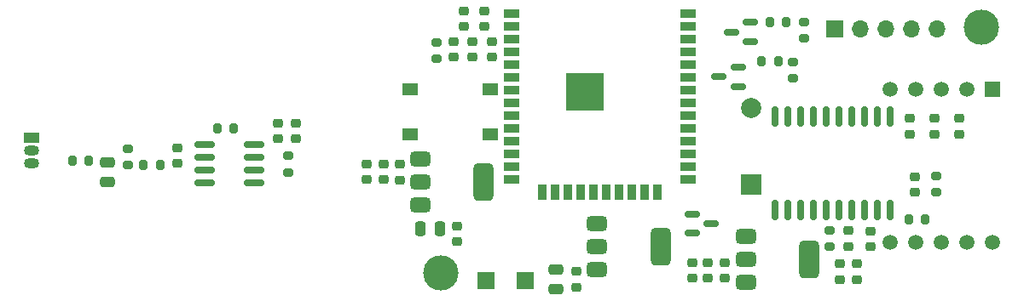
<source format=gbr>
%TF.GenerationSoftware,KiCad,Pcbnew,8.0.2*%
%TF.CreationDate,2024-05-19T20:09:33-03:00*%
%TF.ProjectId,Diseno1,44697365-6e6f-4312-9e6b-696361645f70,01*%
%TF.SameCoordinates,Original*%
%TF.FileFunction,Soldermask,Top*%
%TF.FilePolarity,Negative*%
%FSLAX46Y46*%
G04 Gerber Fmt 4.6, Leading zero omitted, Abs format (unit mm)*
G04 Created by KiCad (PCBNEW 8.0.2) date 2024-05-19 20:09:33*
%MOMM*%
%LPD*%
G01*
G04 APERTURE LIST*
G04 Aperture macros list*
%AMRoundRect*
0 Rectangle with rounded corners*
0 $1 Rounding radius*
0 $2 $3 $4 $5 $6 $7 $8 $9 X,Y pos of 4 corners*
0 Add a 4 corners polygon primitive as box body*
4,1,4,$2,$3,$4,$5,$6,$7,$8,$9,$2,$3,0*
0 Add four circle primitives for the rounded corners*
1,1,$1+$1,$2,$3*
1,1,$1+$1,$4,$5*
1,1,$1+$1,$6,$7*
1,1,$1+$1,$8,$9*
0 Add four rect primitives between the rounded corners*
20,1,$1+$1,$2,$3,$4,$5,0*
20,1,$1+$1,$4,$5,$6,$7,0*
20,1,$1+$1,$6,$7,$8,$9,0*
20,1,$1+$1,$8,$9,$2,$3,0*%
G04 Aperture macros list end*
%ADD10RoundRect,0.200000X-0.275000X0.200000X-0.275000X-0.200000X0.275000X-0.200000X0.275000X0.200000X0*%
%ADD11RoundRect,0.225000X-0.250000X0.225000X-0.250000X-0.225000X0.250000X-0.225000X0.250000X0.225000X0*%
%ADD12RoundRect,0.150000X-0.150000X0.875000X-0.150000X-0.875000X0.150000X-0.875000X0.150000X0.875000X0*%
%ADD13RoundRect,0.200000X0.275000X-0.200000X0.275000X0.200000X-0.275000X0.200000X-0.275000X-0.200000X0*%
%ADD14RoundRect,0.225000X0.250000X-0.225000X0.250000X0.225000X-0.250000X0.225000X-0.250000X-0.225000X0*%
%ADD15RoundRect,0.200000X-0.200000X-0.275000X0.200000X-0.275000X0.200000X0.275000X-0.200000X0.275000X0*%
%ADD16RoundRect,0.250000X-0.475000X0.250000X-0.475000X-0.250000X0.475000X-0.250000X0.475000X0.250000X0*%
%ADD17RoundRect,0.200000X0.200000X0.275000X-0.200000X0.275000X-0.200000X-0.275000X0.200000X-0.275000X0*%
%ADD18R,1.700000X1.700000*%
%ADD19RoundRect,0.150000X-0.587500X-0.150000X0.587500X-0.150000X0.587500X0.150000X-0.587500X0.150000X0*%
%ADD20RoundRect,0.375000X-0.625000X-0.375000X0.625000X-0.375000X0.625000X0.375000X-0.625000X0.375000X0*%
%ADD21RoundRect,0.500000X-0.500000X-1.400000X0.500000X-1.400000X0.500000X1.400000X-0.500000X1.400000X0*%
%ADD22R,1.500000X1.500000*%
%ADD23C,1.500000*%
%ADD24RoundRect,0.150000X-0.825000X-0.150000X0.825000X-0.150000X0.825000X0.150000X-0.825000X0.150000X0*%
%ADD25O,1.700000X1.700000*%
%ADD26RoundRect,0.150000X0.587500X0.150000X-0.587500X0.150000X-0.587500X-0.150000X0.587500X-0.150000X0*%
%ADD27C,3.500000*%
%ADD28R,1.550000X1.300000*%
%ADD29R,1.500000X1.050000*%
%ADD30O,1.500000X1.050000*%
%ADD31RoundRect,0.250000X0.250000X0.475000X-0.250000X0.475000X-0.250000X-0.475000X0.250000X-0.475000X0*%
%ADD32R,1.500000X0.900000*%
%ADD33R,0.900000X1.500000*%
%ADD34C,0.600000*%
%ADD35R,3.800000X3.800000*%
%ADD36R,2.000000X2.000000*%
%ADD37C,2.000000*%
G04 APERTURE END LIST*
D10*
%TO.C,R10*%
X74710000Y-89450000D03*
X74710000Y-91100000D03*
%TD*%
D11*
%TO.C,C26*%
X124100000Y-97065000D03*
X124100000Y-98615000D03*
%TD*%
D12*
%TO.C,U8*%
X119750000Y-96850000D03*
X118480000Y-96850000D03*
X117210000Y-96850000D03*
X115940000Y-96850000D03*
X114670000Y-96850000D03*
X113400000Y-96850000D03*
X112130000Y-96850000D03*
X110860000Y-96850000D03*
X109590000Y-96850000D03*
X108320000Y-96850000D03*
X108320000Y-106150000D03*
X109590000Y-106150000D03*
X110860000Y-106150000D03*
X112130000Y-106150000D03*
X113400000Y-106150000D03*
X114670000Y-106150000D03*
X115940000Y-106150000D03*
X117210000Y-106150000D03*
X118480000Y-106150000D03*
X119750000Y-106150000D03*
%TD*%
D11*
%TO.C,C10*%
X76730000Y-107745000D03*
X76730000Y-109295000D03*
%TD*%
D13*
%TO.C,R5*%
X59930000Y-102405000D03*
X59930000Y-100755000D03*
%TD*%
D14*
%TO.C,C4*%
X60670000Y-99055000D03*
X60670000Y-97505000D03*
%TD*%
%TO.C,C5*%
X71040000Y-103165000D03*
X71040000Y-101615000D03*
%TD*%
D10*
%TO.C,R8*%
X110060000Y-91435000D03*
X110060000Y-93085000D03*
%TD*%
D15*
%TO.C,R1*%
X38505000Y-101300000D03*
X40155000Y-101300000D03*
%TD*%
D11*
%TO.C,C19*%
X76390000Y-89405000D03*
X76390000Y-90955000D03*
%TD*%
D14*
%TO.C,C3*%
X58960000Y-99045000D03*
X58960000Y-97495000D03*
%TD*%
D11*
%TO.C,C21*%
X80200000Y-89375000D03*
X80200000Y-90925000D03*
%TD*%
D13*
%TO.C,R11*%
X124325000Y-104400000D03*
X124325000Y-102750000D03*
%TD*%
D14*
%TO.C,C6*%
X69395000Y-103155000D03*
X69395000Y-101605000D03*
%TD*%
D16*
%TO.C,C13*%
X86550000Y-112112500D03*
X86550000Y-114012500D03*
%TD*%
D17*
%TO.C,R6*%
X108595000Y-91340000D03*
X106945000Y-91340000D03*
%TD*%
D18*
%TO.C,J2*%
X79590000Y-113170000D03*
%TD*%
D17*
%TO.C,R9*%
X109395000Y-87490000D03*
X107745000Y-87490000D03*
%TD*%
D11*
%TO.C,C20*%
X78220000Y-89415000D03*
X78220000Y-90965000D03*
%TD*%
D10*
%TO.C,R7*%
X111150000Y-87445000D03*
X111150000Y-89095000D03*
%TD*%
D19*
%TO.C,Q3*%
X100042500Y-106550000D03*
X100042500Y-108450000D03*
X101917500Y-107500000D03*
%TD*%
D20*
%TO.C,U3*%
X73050000Y-101100000D03*
X73050000Y-103400000D03*
X73050000Y-105700000D03*
D21*
X79350000Y-103400000D03*
%TD*%
D22*
%TO.C,U7*%
X129861014Y-94183463D03*
D23*
X127321014Y-94183463D03*
X124781014Y-94183463D03*
X122241014Y-94183463D03*
X119701014Y-94183463D03*
X119701014Y-109423000D03*
X122241014Y-109423000D03*
X124781014Y-109423000D03*
X127321014Y-109423000D03*
X129861014Y-109423000D03*
%TD*%
D24*
%TO.C,U2*%
X51615000Y-99625000D03*
X51615000Y-100895000D03*
X51615000Y-102165000D03*
X51615000Y-103435000D03*
X56565000Y-103435000D03*
X56565000Y-102165000D03*
X56565000Y-100895000D03*
X56565000Y-99625000D03*
%TD*%
D15*
%TO.C,R12*%
X121550000Y-107075000D03*
X123200000Y-107075000D03*
%TD*%
D11*
%TO.C,C24*%
X115570000Y-108235000D03*
X115570000Y-109785000D03*
%TD*%
D18*
%TO.C,J1*%
X114190000Y-88140000D03*
D25*
X116730000Y-88140000D03*
X119270000Y-88140000D03*
X121810000Y-88140000D03*
X124350000Y-88140000D03*
%TD*%
D14*
%TO.C,C7*%
X67750000Y-103125000D03*
X67750000Y-101575000D03*
%TD*%
%TO.C,C15*%
X101640000Y-112975000D03*
X101640000Y-111425000D03*
%TD*%
D26*
%TO.C,Q2*%
X105817500Y-89390000D03*
X105817500Y-87490000D03*
X103942500Y-88440000D03*
%TD*%
D27*
%TO.C,H2*%
X75140000Y-112400000D03*
%TD*%
D14*
%TO.C,C17*%
X116380000Y-113085000D03*
X116380000Y-111535000D03*
%TD*%
D11*
%TO.C,C12*%
X88550000Y-112287500D03*
X88550000Y-113837500D03*
%TD*%
D18*
%TO.C,J3*%
X83510000Y-113190000D03*
%TD*%
D11*
%TO.C,C25*%
X126580000Y-97065000D03*
X126580000Y-98615000D03*
%TD*%
D28*
%TO.C,SW1*%
X72050000Y-94110000D03*
X80010000Y-94110000D03*
X72050000Y-98610000D03*
X80010000Y-98610000D03*
%TD*%
D29*
%TO.C,U1*%
X34500000Y-99000000D03*
D30*
X34500000Y-100270000D03*
X34500000Y-101540000D03*
%TD*%
D27*
%TO.C,H1*%
X128810000Y-88000000D03*
%TD*%
D20*
%TO.C,U4*%
X90630000Y-107500000D03*
X90630000Y-109800000D03*
X90630000Y-112100000D03*
D21*
X96930000Y-109800000D03*
%TD*%
D26*
%TO.C,Q1*%
X104607500Y-93850000D03*
X104607500Y-91950000D03*
X102732500Y-92900000D03*
%TD*%
D14*
%TO.C,C14*%
X100090000Y-112975000D03*
X100090000Y-111425000D03*
%TD*%
D15*
%TO.C,R4*%
X52915000Y-98060000D03*
X54565000Y-98060000D03*
%TD*%
D20*
%TO.C,U6*%
X105380000Y-108757500D03*
X105380000Y-111057500D03*
X105380000Y-113357500D03*
D21*
X111680000Y-111057500D03*
%TD*%
D11*
%TO.C,C23*%
X117790000Y-108295000D03*
X117790000Y-109845000D03*
%TD*%
D14*
%TO.C,C9*%
X77420000Y-87915000D03*
X77420000Y-86365000D03*
%TD*%
D31*
%TO.C,C8*%
X75010000Y-108020000D03*
X73110000Y-108020000D03*
%TD*%
D14*
%TO.C,C16*%
X103320000Y-112975000D03*
X103320000Y-111425000D03*
%TD*%
D32*
%TO.C,U5*%
X82140000Y-86640000D03*
X82140000Y-87910000D03*
X82140000Y-89180000D03*
X82140000Y-90450000D03*
X82140000Y-91720000D03*
X82140000Y-92990000D03*
X82140000Y-94260000D03*
X82140000Y-95530000D03*
X82140000Y-96800000D03*
X82140000Y-98070000D03*
X82140000Y-99340000D03*
X82140000Y-100610000D03*
X82140000Y-101880000D03*
X82140000Y-103150000D03*
D33*
X85180000Y-104400000D03*
X86450000Y-104400000D03*
X87720000Y-104400000D03*
X88990000Y-104400000D03*
X90260000Y-104400000D03*
X91530000Y-104400000D03*
X92800000Y-104400000D03*
X94070000Y-104400000D03*
X95340000Y-104400000D03*
X96610000Y-104400000D03*
D32*
X99640000Y-103150000D03*
X99640000Y-101880000D03*
X99640000Y-100610000D03*
X99640000Y-99340000D03*
X99640000Y-98070000D03*
X99640000Y-96800000D03*
X99640000Y-95530000D03*
X99640000Y-94260000D03*
X99640000Y-92990000D03*
X99640000Y-91720000D03*
X99640000Y-90450000D03*
X99640000Y-89180000D03*
X99640000Y-87910000D03*
X99640000Y-86640000D03*
D34*
X87990000Y-93660000D03*
X87990000Y-95060000D03*
X88690000Y-92960000D03*
X88690000Y-94360000D03*
X88690000Y-95760000D03*
X89365000Y-93660000D03*
X89365000Y-95060000D03*
D35*
X89390000Y-94360000D03*
D34*
X90090000Y-92960000D03*
X90090000Y-94360000D03*
X90090000Y-95760000D03*
X90790000Y-93660000D03*
X90790000Y-95060000D03*
%TD*%
D16*
%TO.C,C1*%
X42030000Y-101450000D03*
X42030000Y-103350000D03*
%TD*%
D15*
%TO.C,R2*%
X45575000Y-101680000D03*
X47225000Y-101680000D03*
%TD*%
D14*
%TO.C,C22*%
X122200000Y-104375000D03*
X122200000Y-102825000D03*
%TD*%
%TO.C,C18*%
X114750000Y-113095000D03*
X114750000Y-111545000D03*
%TD*%
D10*
%TO.C,R13*%
X113740000Y-108195000D03*
X113740000Y-109845000D03*
%TD*%
D11*
%TO.C,C2*%
X48950000Y-99985000D03*
X48950000Y-101535000D03*
%TD*%
D14*
%TO.C,C11*%
X79420000Y-87915000D03*
X79420000Y-86365000D03*
%TD*%
D11*
%TO.C,C27*%
X121650000Y-97065000D03*
X121650000Y-98615000D03*
%TD*%
D13*
%TO.C,R3*%
X44070000Y-101685000D03*
X44070000Y-100035000D03*
%TD*%
D36*
%TO.C,BZ1*%
X105940000Y-103600000D03*
D37*
X105940000Y-96000000D03*
%TD*%
M02*

</source>
